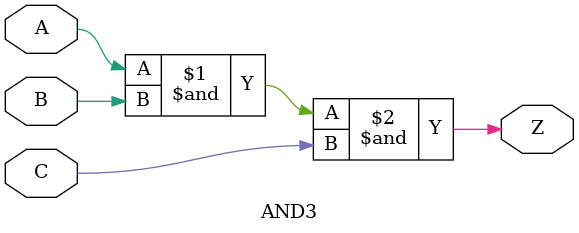
<source format=v>
`resetall
`timescale 1 ns / 100 ps

`celldefine

module  AND3  (A, B, C, Z);
  input A, B, C ;
  output Z;

  and (Z, A, B, C);


endmodule 

`endcelldefine

</source>
